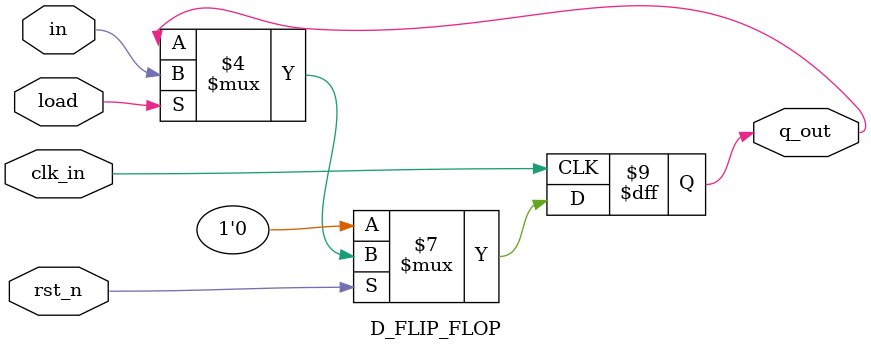
<source format=v>
`timescale 1ns / 1ps
module D_FLIP_FLOP(
    input in,
    input rst_n,
    input clk_in,
    input load,
    output reg q_out
    );

always @ (posedge clk_in)
  begin
     if(~rst_n)
	    begin
    q_out<= 1'b0 ;
          end
      else if (load==1'b1)
        begin
    q_out<= in ;
     end
 end
 endmodule

</source>
